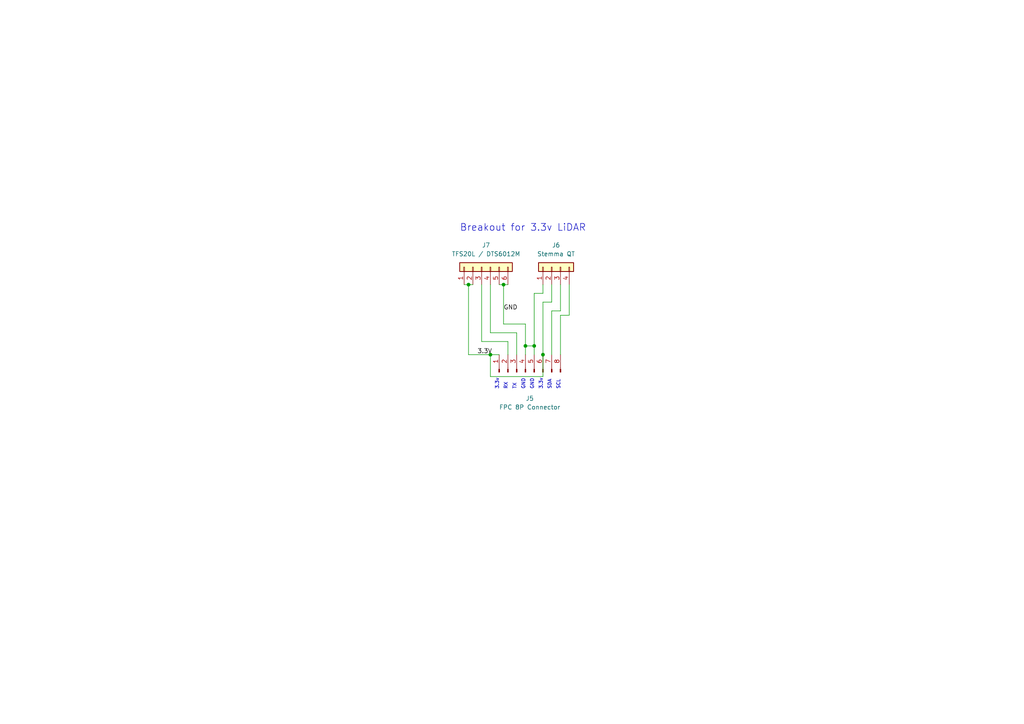
<source format=kicad_sch>
(kicad_sch (version 20250114) (generator "eeschema") (generator_version "9.0")
  (paper "A4")
  (lib_symbols
    (symbol "Connector:Conn_01x08_Pin" (pin_names (offset 1.016) (hide yes))
      (property "Reference" "J" (at 0 10.16 0))
      (property "Value" "Conn_01x08_Pin" (at 0 -12.7 0))
      (symbol "Conn_01x08_Pin_1_1"
        (rectangle (start 0.8636 7.747) (end 0 7.493) (stroke (width 0.1524)) (fill (type outline)))
        (rectangle (start 0.8636 5.207) (end 0 4.953) (stroke (width 0.1524)) (fill (type outline)))
        (rectangle (start 0.8636 2.667) (end 0 2.413) (stroke (width 0.1524)) (fill (type outline)))
        (rectangle (start 0.8636 0.127) (end 0 -0.127) (stroke (width 0.1524)) (fill (type outline)))
        (rectangle (start 0.8636 -2.413) (end 0 -2.667) (stroke (width 0.1524)) (fill (type outline)))
        (rectangle (start 0.8636 -4.953) (end 0 -5.207) (stroke (width 0.1524)) (fill (type outline)))
        (rectangle (start 0.8636 -7.493) (end 0 -7.747) (stroke (width 0.1524)) (fill (type outline)))
        (rectangle (start 0.8636 -10.033) (end 0 -10.287) (stroke (width 0.1524)) (fill (type outline)))
        (polyline (pts (xy 1.27 7.62) (xy 0.8636 7.62)) (stroke (width 0.1524)))
        (polyline (pts (xy 1.27 5.08) (xy 0.8636 5.08)) (stroke (width 0.1524)))
        (polyline (pts (xy 1.27 2.54) (xy 0.8636 2.54)) (stroke (width 0.1524)))
        (polyline (pts (xy 1.27 0) (xy 0.8636 0)) (stroke (width 0.1524)))
        (polyline (pts (xy 1.27 -2.54) (xy 0.8636 -2.54)) (stroke (width 0.1524)))
        (polyline (pts (xy 1.27 -5.08) (xy 0.8636 -5.08)) (stroke (width 0.1524)))
        (polyline (pts (xy 1.27 -7.62) (xy 0.8636 -7.62)) (stroke (width 0.1524)))
        (polyline (pts (xy 1.27 -10.16) (xy 0.8636 -10.16)) (stroke (width 0.1524)))
        (pin passive line (at 5.08 7.62 180) (length 3.81) (name "Pin_1") (number "1"))
        (pin passive line (at 5.08 5.08 180) (length 3.81) (name "Pin_2") (number "2"))
        (pin passive line (at 5.08 2.54 180) (length 3.81) (name "Pin_3") (number "3"))
        (pin passive line (at 5.08 0 180) (length 3.81) (name "Pin_4") (number "4"))
        (pin passive line (at 5.08 -2.54 180) (length 3.81) (name "Pin_5") (number "5"))
        (pin passive line (at 5.08 -5.08 180) (length 3.81) (name "Pin_6") (number "6"))
        (pin passive line (at 5.08 -7.62 180) (length 3.81) (name "Pin_7") (number "7"))
        (pin passive line (at 5.08 -10.16 180) (length 3.81) (name "Pin_8") (number "8"))
      )
    )
    (symbol "Connector_Generic:Conn_01x04" (pin_names (offset 1.016) (hide yes))
      (property "Reference" "J" (at 0 5.08 0))
      (property "Value" "Conn_01x04" (at 0 -7.62 0))
      (symbol "Conn_01x04_1_1"
        (rectangle (start -1.27 3.81) (end 1.27 -6.35) (stroke (width 0.254)) (fill (type background)))
        (rectangle (start -1.27 2.667) (end 0 2.413) (stroke (width 0.1524)))
        (rectangle (start -1.27 0.127) (end 0 -0.127) (stroke (width 0.1524)))
        (rectangle (start -1.27 -2.413) (end 0 -2.667) (stroke (width 0.1524)))
        (rectangle (start -1.27 -4.953) (end 0 -5.207) (stroke (width 0.1524)))
        (pin passive line (at -5.08 2.54 0) (length 3.81) (name "Pin_1") (number "1"))
        (pin passive line (at -5.08 0 0) (length 3.81) (name "Pin_2") (number "2"))
        (pin passive line (at -5.08 -2.54 0) (length 3.81) (name "Pin_3") (number "3"))
        (pin passive line (at -5.08 -5.08 0) (length 3.81) (name "Pin_4") (number "4"))
      )
    )
    (symbol "Connector_Generic:Conn_01x06" (pin_names (offset 1.016) (hide yes))
      (property "Reference" "J" (at 0 7.62 0))
      (property "Value" "Conn_01x06" (at 0 -10.16 0))
      (symbol "Conn_01x06_1_1"
        (rectangle (start -1.27 6.35) (end 1.27 -8.89) (stroke (width 0.254)) (fill (type background)))
        (rectangle (start -1.27 5.207) (end 0 4.953) (stroke (width 0.1524)))
        (rectangle (start -1.27 2.667) (end 0 2.413) (stroke (width 0.1524)))
        (rectangle (start -1.27 0.127) (end 0 -0.127) (stroke (width 0.1524)))
        (rectangle (start -1.27 -2.413) (end 0 -2.667) (stroke (width 0.1524)))
        (rectangle (start -1.27 -4.953) (end 0 -5.207) (stroke (width 0.1524)))
        (rectangle (start -1.27 -7.493) (end 0 -7.747) (stroke (width 0.1524)))
        (pin passive line (at -5.08 5.08 0) (length 3.81) (name "Pin_1") (number "1"))
        (pin passive line (at -5.08 2.54 0) (length 3.81) (name "Pin_2") (number "2"))
        (pin passive line (at -5.08 0 0) (length 3.81) (name "Pin_3") (number "3"))
        (pin passive line (at -5.08 -2.54 0) (length 3.81) (name "Pin_4") (number "4"))
        (pin passive line (at -5.08 -5.08 0) (length 3.81) (name "Pin_5") (number "5"))
        (pin passive line (at -5.08 -7.62 0) (length 3.81) (name "Pin_6") (number "6"))
      )
    )
  )
  (text "TX" (at 149.86 113.03 90) (effects (font (size 1 1)) (justify left bottom)))
  (text "3.3v" (at 144.78 113.03 90) (effects (font (size 1 1)) (justify left bottom)))
  (text "SCL" (at 162.56 113.03 90) (effects (font (size 1 1)) (justify left bottom)))
  (text "GND" (at 154.94 113.03 90) (effects (font (size 1 1)) (justify left bottom)))
  (text "GND" (at 152.4 113.03 90) (effects (font (size 1 1)) (justify left bottom)))
  (text "SDA" (at 160.02 113.03 90) (effects (font (size 1 1)) (justify left bottom)))
  (text "RX" (at 147.32 113.03 90) (effects (font (size 1 1)) (justify left bottom)))
  (text "Breakout for 3.3v LiDAR " (at 133.35 67.31 0) (effects (font (size 2 2)) (justify left bottom)))
  (text "3.3v" (at 157.48 113.03 90) (effects (font (size 1 1)) (justify left bottom)))
  (junction (at 135.89 82.55))
  (junction (at 146.05 82.55))
  (junction (at 157.48 102.87))
  (junction (at 142.24 102.87))
  (junction (at 152.4 100.33))
  (junction (at 154.94 100.33))
  (wire (pts (xy 142.24 82.55) (xy 142.24 96.52)))
  (wire (pts (xy 142.24 96.52) (xy 149.86 96.52)))
  (wire (pts (xy 157.48 87.63) (xy 157.48 102.87)))
  (wire (pts (xy 154.94 100.33) (xy 154.94 85.09)))
  (wire (pts (xy 157.48 87.63) (xy 160.02 87.63)))
  (wire (pts (xy 134.62 82.55) (xy 135.89 82.55)))
  (wire (pts (xy 142.24 109.22) (xy 157.48 109.22)))
  (wire (pts (xy 146.05 93.98) (xy 152.4 93.98)))
  (wire (pts (xy 160.02 90.17) (xy 162.56 90.17)))
  (wire (pts (xy 144.78 82.55) (xy 146.05 82.55)))
  (wire (pts (xy 165.1 91.44) (xy 165.1 82.55)))
  (wire (pts (xy 139.7 99.06) (xy 147.32 99.06)))
  (wire (pts (xy 154.94 85.09) (xy 157.48 85.09)))
  (wire (pts (xy 157.48 82.55) (xy 157.48 85.09)))
  (wire (pts (xy 152.4 100.33) (xy 152.4 102.87)))
  (wire (pts (xy 160.02 102.87) (xy 160.02 90.17)))
  (wire (pts (xy 154.94 102.87) (xy 154.94 100.33)))
  (wire (pts (xy 152.4 100.33) (xy 154.94 100.33)))
  (wire (pts (xy 135.89 82.55) (xy 135.89 102.87)))
  (wire (pts (xy 135.89 82.55) (xy 137.16 82.55)))
  (wire (pts (xy 157.48 102.87) (xy 157.48 109.22)))
  (wire (pts (xy 149.86 96.52) (xy 149.86 102.87)))
  (wire (pts (xy 162.56 91.44) (xy 165.1 91.44)))
  (wire (pts (xy 139.7 82.55) (xy 139.7 99.06)))
  (wire (pts (xy 142.24 102.87) (xy 142.24 109.22)))
  (wire (pts (xy 162.56 82.55) (xy 162.56 90.17)))
  (wire (pts (xy 142.24 102.87) (xy 144.78 102.87)))
  (wire (pts (xy 146.05 82.55) (xy 146.05 93.98)))
  (wire (pts (xy 135.89 102.87) (xy 142.24 102.87)))
  (wire (pts (xy 147.32 99.06) (xy 147.32 102.87)))
  (wire (pts (xy 160.02 82.55) (xy 160.02 87.63)))
  (wire (pts (xy 162.56 102.87) (xy 162.56 91.44)))
  (wire (pts (xy 146.05 82.55) (xy 147.32 82.55)))
  (wire (pts (xy 152.4 93.98) (xy 152.4 100.33)))
  (label "GND" (at 146.05 90.17 0) (property "Netclass" "GND" (effects (hide yes))))
  (label "3.3V" (at 138.43 102.87 0) (property "Netclass" "3.3V" (effects (hide yes))))
  (symbol (lib_id "Connector:Conn_01x08_Pin") (at 152.4 107.95 90) (unit 1)
    (property "Reference" "J5" (at 153.67 115.57 90))
    (property "Value" "FPC 8P Connector" (at 153.67 118.11 90))
    (property "Footprint" "Connector_FFC-FPC:TE_0-1734839-8_1x08-1MP_P0.5mm_Horizontal" (effects (hide yes)))
    (property "LCSC" "C2856797" (effects (hide yes)))
  )
  (symbol (lib_id "Connector_Generic:Conn_01x04") (at 160.02 77.47 90) (unit 1)
    (property "Reference" "J6" (at 161.29 71.12 90))
    (property "Value" "Stemma QT" (at 161.29 73.66 90))
    (property "Footprint" "Connector_JST:JST_SH_SM04B-SRSS-TB_1x04-1MP_P1.00mm_Horizontal" (effects (hide yes)))
  )
  (symbol (lib_id "Connector_Generic:Conn_01x06") (at 139.7 77.47 90) (unit 1)
    (property "Reference" "J7" (at 140.97 71.12 90))
    (property "Value" "TFS20L / DTS6012M" (at 140.97 73.66 90))
    (property "Footprint" "Connector_JST:JST_SH_SM06B-SRSS-TB_1x06-1MP_P1.00mm_Horizontal" (effects (hide yes)))
  )
)
</source>
